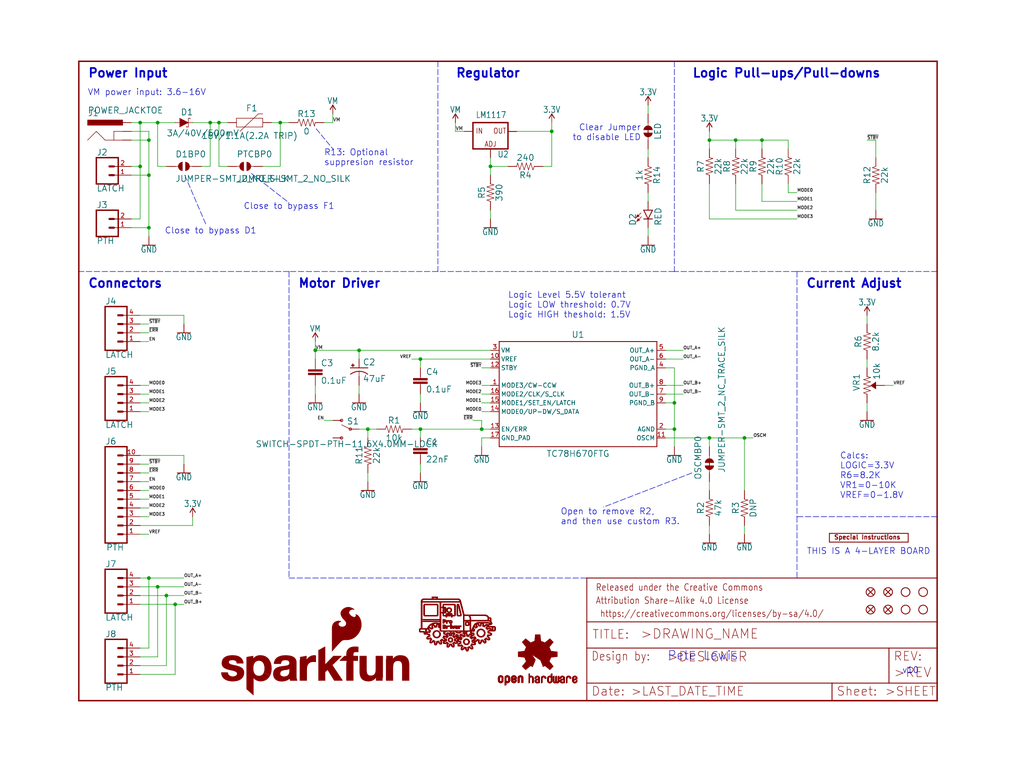
<source format=kicad_sch>
(kicad_sch (version 20211123) (generator eeschema)
  (paper "User" 297.002 223.926)
  (lib_symbols
    (symbol "eagleSchem-eagle-import:0.1UF-0603-25V-(+80{slash}-20%)"
      (property "Reference" "C" (at 1.524 2.921 0))
      (property "Value" "0.1UF-0603-25V-(+80{slash}-20%)" (at 1.524 -2.159 0))
      (symbol "0.1UF-0603-25V-(+80{slash}-20%)_1_0"
        (pin passive line (at 0 5.08 270) (length 2.54) (name "1") (number "1"))
        (pin passive line (at 0 -2.54 90) (length 2.54) (name "2") (number "2"))
      )
    )
    (symbol "eagleSchem-eagle-import:0OHM-0603-1{slash}10W-5%"
      (property "Reference" "R" (at 0 1.524 0))
      (property "Value" "0OHM-0603-1{slash}10W-5%" (at 0 -1.524 0))
      (symbol "0OHM-0603-1{slash}10W-5%_1_0"
        (pin passive line (at -5.08 0 0) (length 2.54) (name "1") (number "1"))
        (pin passive line (at 5.08 0 180) (length 2.54) (name "2") (number "2"))
      )
    )
    (symbol "eagleSchem-eagle-import:10KOHM-0603-1{slash}10W-1%"
      (property "Reference" "R" (at 0 1.524 0))
      (property "Value" "10KOHM-0603-1{slash}10W-1%" (at 0 -1.524 0))
      (symbol "10KOHM-0603-1{slash}10W-1%_1_0"
        (pin passive line (at -5.08 0 0) (length 2.54) (name "1") (number "1"))
        (pin passive line (at 5.08 0 180) (length 2.54) (name "2") (number "2"))
      )
    )
    (symbol "eagleSchem-eagle-import:1KOHM-0603-1{slash}10W-1%"
      (property "Reference" "R" (at 0 1.524 0))
      (property "Value" "1KOHM-0603-1{slash}10W-1%" (at 0 -1.524 0))
      (symbol "1KOHM-0603-1{slash}10W-1%_1_0"
        (pin passive line (at -5.08 0 0) (length 2.54) (name "1") (number "1"))
        (pin passive line (at 5.08 0 180) (length 2.54) (name "2") (number "2"))
      )
    )
    (symbol "eagleSchem-eagle-import:22KOHM-0603-1{slash}10W-1%"
      (property "Reference" "R" (at 0 1.524 0))
      (property "Value" "22KOHM-0603-1{slash}10W-1%" (at 0 -1.524 0))
      (symbol "22KOHM-0603-1{slash}10W-1%_1_0"
        (pin passive line (at -5.08 0 0) (length 2.54) (name "1") (number "1"))
        (pin passive line (at 5.08 0 180) (length 2.54) (name "2") (number "2"))
      )
    )
    (symbol "eagleSchem-eagle-import:22NF{slash}22,000PF-0603-50V-10%"
      (property "Reference" "C" (at 1.524 2.921 0))
      (property "Value" "22NF{slash}22,000PF-0603-50V-10%" (at 1.524 -2.159 0))
      (symbol "22NF{slash}22,000PF-0603-50V-10%_1_0"
        (pin passive line (at 0 5.08 270) (length 2.54) (name "1") (number "1"))
        (pin passive line (at 0 -2.54 90) (length 2.54) (name "2") (number "2"))
      )
    )
    (symbol "eagleSchem-eagle-import:240OHM-0603-1{slash}10W-1%"
      (property "Reference" "R" (at 0 1.524 0))
      (property "Value" "240OHM-0603-1{slash}10W-1%" (at 0 -1.524 0))
      (symbol "240OHM-0603-1{slash}10W-1%_1_0"
        (pin passive line (at -5.08 0 0) (length 2.54) (name "1") (number "1"))
        (pin passive line (at 5.08 0 180) (length 2.54) (name "2") (number "2"))
      )
    )
    (symbol "eagleSchem-eagle-import:3.3V" (power)
      (property "Value" "3.3V" (at 0 2.794 0))
      (symbol "3.3V_1_0"
        (pin power_in line (at 0 0 90) (length 2.54) (name "3.3V") (number "1"))
      )
    )
    (symbol "eagleSchem-eagle-import:390OHM-0603-1{slash}10W-1%"
      (property "Reference" "R" (at 0 1.524 0))
      (property "Value" "390OHM-0603-1{slash}10W-1%" (at 0 -1.524 0))
      (symbol "390OHM-0603-1{slash}10W-1%_1_0"
        (pin passive line (at -5.08 0 0) (length 2.54) (name "1") (number "1"))
        (pin passive line (at 5.08 0 180) (length 2.54) (name "2") (number "2"))
      )
    )
    (symbol "eagleSchem-eagle-import:47KOHM-0603-1{slash}10W-1%"
      (property "Reference" "R" (at 0 1.524 0))
      (property "Value" "47KOHM-0603-1{slash}10W-1%" (at 0 -1.524 0))
      (symbol "47KOHM-0603-1{slash}10W-1%_1_0"
        (pin passive line (at -5.08 0 0) (length 2.54) (name "1") (number "1"))
        (pin passive line (at 5.08 0 180) (length 2.54) (name "2") (number "2"))
      )
    )
    (symbol "eagleSchem-eagle-import:47UF-POLAR-PANASONIC_D-35V-20%"
      (property "Reference" "C" (at 1.016 0.635 0))
      (property "Value" "47UF-POLAR-PANASONIC_D-35V-20%" (at 1.016 -4.191 0))
      (symbol "47UF-POLAR-PANASONIC_D-35V-20%_1_0"
        (pin passive line (at 0 2.54 270) (length 2.54) (name "+") (number "+"))
        (pin passive line (at 0 -5.08 90) (length 2.54) (name "-") (number "-"))
      )
    )
    (symbol "eagleSchem-eagle-import:8.2KOHM-0603-1{slash}10W-5%"
      (property "Reference" "R" (at 0 1.524 0))
      (property "Value" "8.2KOHM-0603-1{slash}10W-5%" (at 0 -1.524 0))
      (symbol "8.2KOHM-0603-1{slash}10W-5%_1_0"
        (pin passive line (at -5.08 0 0) (length 2.54) (name "1") (number "1"))
        (pin passive line (at 5.08 0 180) (length 2.54) (name "2") (number "2"))
      )
    )
    (symbol "eagleSchem-eagle-import:CONN_021X02_NO_SILK"
      (property "Reference" "J" (at -2.54 5.588 0))
      (property "Value" "CONN_021X02_NO_SILK" (at -2.54 -4.826 0))
      (symbol "CONN_021X02_NO_SILK_1_0"
        (pin passive line (at 7.62 0 180) (length 5.08) (name "1") (number "1"))
        (pin passive line (at 7.62 2.54 180) (length 5.08) (name "2") (number "2"))
      )
    )
    (symbol "eagleSchem-eagle-import:CONN_02LATCH_2"
      (property "Reference" "J" (at -2.54 5.588 0))
      (property "Value" "CONN_02LATCH_2" (at -2.54 -4.826 0))
      (symbol "CONN_02LATCH_2_1_0"
        (pin passive line (at 7.62 0 180) (length 5.08) (name "1") (number "1"))
        (pin passive line (at 7.62 2.54 180) (length 5.08) (name "2") (number "2"))
      )
    )
    (symbol "eagleSchem-eagle-import:CONN_041X04_NO_SILK"
      (property "Reference" "J" (at -5.08 8.128 0))
      (property "Value" "CONN_041X04_NO_SILK" (at -5.08 -7.366 0))
      (symbol "CONN_041X04_NO_SILK_1_0"
        (pin passive line (at 5.08 -2.54 180) (length 5.08) (name "1") (number "1"))
        (pin passive line (at 5.08 0 180) (length 5.08) (name "2") (number "2"))
        (pin passive line (at 5.08 2.54 180) (length 5.08) (name "3") (number "3"))
        (pin passive line (at 5.08 5.08 180) (length 5.08) (name "4") (number "4"))
      )
    )
    (symbol "eagleSchem-eagle-import:CONN_04LATCH"
      (property "Reference" "J" (at -5.08 8.128 0))
      (property "Value" "CONN_04LATCH" (at -5.08 -7.366 0))
      (symbol "CONN_04LATCH_1_0"
        (pin passive line (at 5.08 -2.54 180) (length 5.08) (name "1") (number "1"))
        (pin passive line (at 5.08 0 180) (length 5.08) (name "2") (number "2"))
        (pin passive line (at 5.08 2.54 180) (length 5.08) (name "3") (number "3"))
        (pin passive line (at 5.08 5.08 180) (length 5.08) (name "4") (number "4"))
      )
    )
    (symbol "eagleSchem-eagle-import:CONN_10NO_SILK_PTH_FEMALE"
      (property "Reference" "J" (at 0 8.128 0))
      (property "Value" "CONN_10NO_SILK_PTH_FEMALE" (at 0 -22.606 0))
      (symbol "CONN_10NO_SILK_PTH_FEMALE_1_0"
        (pin passive line (at 10.16 -17.78 180) (length 5.08) (name "1") (number "1"))
        (pin passive line (at 10.16 5.08 180) (length 5.08) (name "10") (number "10"))
        (pin passive line (at 10.16 -15.24 180) (length 5.08) (name "2") (number "2"))
        (pin passive line (at 10.16 -12.7 180) (length 5.08) (name "3") (number "3"))
        (pin passive line (at 10.16 -10.16 180) (length 5.08) (name "4") (number "4"))
        (pin passive line (at 10.16 -7.62 180) (length 5.08) (name "5") (number "5"))
        (pin passive line (at 10.16 -5.08 180) (length 5.08) (name "6") (number "6"))
        (pin passive line (at 10.16 -2.54 180) (length 5.08) (name "7") (number "7"))
        (pin passive line (at 10.16 0 180) (length 5.08) (name "8") (number "8"))
        (pin passive line (at 10.16 2.54 180) (length 5.08) (name "9") (number "9"))
      )
    )
    (symbol "eagleSchem-eagle-import:DIODE-SCHOTTKY-B340A"
      (property "Reference" "D" (at -2.54 2.032 0))
      (property "Value" "DIODE-SCHOTTKY-B340A" (at -2.54 -2.032 0))
      (symbol "DIODE-SCHOTTKY-B340A_1_0"
        (pin passive line (at -2.54 0 0) (length 0) (name "A") (number "A"))
        (pin passive line (at 2.54 0 180) (length 0) (name "C") (number "C"))
      )
    )
    (symbol "eagleSchem-eagle-import:FIDUCIAL1X2")
    (symbol "eagleSchem-eagle-import:FRAME-LETTER"
      (symbol "FRAME-LETTER_2_0"
        (text " https://creativecommons.org/licenses/by-sa/4.0/" (at 2.54 24.13 0) (effects (font (size 1.9304 1.6408)) (justify left bottom)))
        (text ">DESIGNER" (at 23.114 11.176 0) (effects (font (size 2.7432 2.7432)) (justify left bottom)))
        (text ">DRAWING_NAME" (at 15.494 17.78 0) (effects (font (size 2.7432 2.7432)) (justify left bottom)))
        (text ">LAST_DATE_TIME" (at 12.7 1.27 0) (effects (font (size 2.54 2.54)) (justify left bottom)))
        (text ">REV" (at 88.9 6.604 0) (effects (font (size 2.7432 2.7432)) (justify left bottom)))
        (text ">SHEET" (at 86.36 1.27 0) (effects (font (size 2.54 2.54)) (justify left bottom)))
        (text "Attribution Share-Alike 4.0 License" (at 2.54 27.94 0) (effects (font (size 1.9304 1.6408)) (justify left bottom)))
        (text "Date:" (at 1.27 1.27 0) (effects (font (size 2.54 2.54)) (justify left bottom)))
        (text "Design by:" (at 1.27 11.43 0) (effects (font (size 2.54 2.159)) (justify left bottom)))
        (text "Released under the Creative Commons" (at 2.54 31.75 0) (effects (font (size 1.9304 1.6408)) (justify left bottom)))
        (text "REV:" (at 88.9 11.43 0) (effects (font (size 2.54 2.54)) (justify left bottom)))
        (text "Sheet:" (at 72.39 1.27 0) (effects (font (size 2.54 2.54)) (justify left bottom)))
        (text "TITLE:" (at 1.524 17.78 0) (effects (font (size 2.54 2.54)) (justify left bottom)))
      )
    )
    (symbol "eagleSchem-eagle-import:GND" (power)
      (property "Value" "GND" (at 0 -0.254 0))
      (symbol "GND_1_0"
        (pin power_in line (at 0 2.54 270) (length 2.54) (name "GND") (number "1"))
      )
    )
    (symbol "eagleSchem-eagle-import:JUMPER-SMT_2_NC_TRACE_SILK"
      (property "Reference" "JP" (at -2.54 2.54 0))
      (property "Value" "JUMPER-SMT_2_NC_TRACE_SILK" (at -2.54 -2.54 0))
      (symbol "JUMPER-SMT_2_NC_TRACE_SILK_1_0"
        (pin passive line (at -5.08 0 0) (length 2.54) (name "1") (number "1"))
        (pin passive line (at 5.08 0 180) (length 2.54) (name "2") (number "2"))
      )
    )
    (symbol "eagleSchem-eagle-import:JUMPER-SMT_2_NO_SILK"
      (property "Reference" "JP" (at -2.54 2.54 0))
      (property "Value" "JUMPER-SMT_2_NO_SILK" (at -2.54 -2.54 0))
      (symbol "JUMPER-SMT_2_NO_SILK_1_0"
        (pin passive line (at -5.08 0 0) (length 2.54) (name "1") (number "1"))
        (pin passive line (at 5.08 0 180) (length 2.54) (name "2") (number "2"))
      )
    )
    (symbol "eagleSchem-eagle-import:LED-RED0603"
      (property "Reference" "D" (at -3.429 -4.572 90))
      (property "Value" "LED-RED0603" (at 1.905 -4.572 90))
      (symbol "LED-RED0603_1_0"
        (pin passive line (at 0 2.54 270) (length 2.54) (name "A") (number "A"))
        (pin passive line (at 0 -5.08 90) (length 2.54) (name "C") (number "C"))
      )
    )
    (symbol "eagleSchem-eagle-import:OSHW-LOGOS")
    (symbol "eagleSchem-eagle-import:POWER_JACKTOE"
      (property "Reference" "J" (at -10.16 0 0))
      (property "Value" "POWER_JACKTOE" (at -10.16 10.16 0))
      (symbol "POWER_JACKTOE_1_0"
        (pin bidirectional line (at 2.54 5.08 180) (length 2.54) (name "GNDBREAK") (number "GND"))
        (pin bidirectional line (at 2.54 2.54 180) (length 2.54) (name "GND") (number "P$4"))
        (pin bidirectional line (at 2.54 7.62 180) (length 2.54) (name "PWR") (number "VIN0"))
      )
    )
    (symbol "eagleSchem-eagle-import:PPTC_16V_1.1A_(2.2ATRIP)"
      (property "Reference" "F" (at 1.905 3.175 0))
      (property "Value" "PPTC_16V_1.1A_(2.2ATRIP)" (at 1.27 -2.794 0))
      (symbol "PPTC_16V_1.1A_(2.2ATRIP)_1_0"
        (pin bidirectional line (at -5.08 0 0) (length 2.54) (name "1") (number "1"))
        (pin bidirectional line (at 7.62 0 180) (length 2.54) (name "2") (number "2"))
      )
    )
    (symbol "eagleSchem-eagle-import:PRODRIVER_LOGO")
    (symbol "eagleSchem-eagle-import:RESISTORAXIAL-0.3"
      (property "Reference" "R" (at 0 1.524 0))
      (property "Value" "RESISTORAXIAL-0.3" (at 0 -1.524 0))
      (symbol "RESISTORAXIAL-0.3_1_0"
        (pin passive line (at -5.08 0 0) (length 2.54) (name "1") (number "P$1"))
        (pin passive line (at 5.08 0 180) (length 2.54) (name "2") (number "P$2"))
      )
    )
    (symbol "eagleSchem-eagle-import:SFE_LOGO_NAME_FLAME.1_INCH")
    (symbol "eagleSchem-eagle-import:SPECIAL_INSTRUCTIONS-ORDERING"
      (symbol "SPECIAL_INSTRUCTIONS-ORDERING_1_0"
        (text "Special Instructions" (at 1.27 0.6985 0) (effects (font (size 1.27 1.27) (thickness 0.254) bold) (justify left bottom)))
      )
    )
    (symbol "eagleSchem-eagle-import:STAND-OFF")
    (symbol "eagleSchem-eagle-import:SWITCH-SPDT-PTH-11.6X4.0MM-LOCK"
      (property "Reference" "S" (at 1.27 3.048 0))
      (property "Value" "SWITCH-SPDT-PTH-11.6X4.0MM-LOCK" (at 1.016 -3.302 0))
      (symbol "SWITCH-SPDT-PTH-11.6X4.0MM-LOCK_1_0"
        (pin passive line (at 5.08 2.54 180) (length 2.54) (name "O") (number "1"))
        (pin passive line (at -2.54 0 0) (length 2.54) (name "P") (number "2"))
        (pin passive line (at 5.08 -2.54 180) (length 2.54) (name "S") (number "3"))
      )
    )
    (symbol "eagleSchem-eagle-import:TC78H670FTG"
      (property "Value" "TC78H670FTG" (at 0 -18.796 0))
      (symbol "TC78H670FTG_1_0"
        (pin bidirectional line (at -25.4 0 0) (length 2.54) (name "MODE3/CW-CCW") (number "1"))
        (pin bidirectional line (at -25.4 7.62 0) (length 2.54) (name "VREF") (number "10"))
        (pin bidirectional line (at 25.4 -15.24 180) (length 2.54) (name "OSCM") (number "11"))
        (pin bidirectional line (at -25.4 5.08 0) (length 2.54) (name "STBY") (number "12"))
        (pin bidirectional line (at -25.4 -12.7 0) (length 2.54) (name "EN/ERR") (number "13"))
        (pin bidirectional line (at -25.4 -7.62 0) (length 2.54) (name "MODE0/UP-DW/S_DATA") (number "14"))
        (pin bidirectional line (at -25.4 -5.08 0) (length 2.54) (name "MODE1/SET_EN/LATCH") (number "15"))
        (pin bidirectional line (at -25.4 -2.54 0) (length 2.54) (name "MODE2/CLK/S_CLK") (number "16"))
        (pin bidirectional line (at -25.4 -15.24 0) (length 2.54) (name "GND_PAD") (number "17"))
        (pin bidirectional line (at 25.4 -12.7 180) (length 2.54) (name "AGND") (number "2"))
        (pin bidirectional line (at -25.4 10.16 0) (length 2.54) (name "VM") (number "3"))
        (pin bidirectional line (at 25.4 5.08 180) (length 2.54) (name "PGND_A") (number "4"))
        (pin bidirectional line (at 25.4 10.16 180) (length 2.54) (name "OUT_A+") (number "5"))
        (pin bidirectional line (at 25.4 7.62 180) (length 2.54) (name "OUT_A-") (number "6"))
        (pin bidirectional line (at 25.4 -2.54 180) (length 2.54) (name "OUT_B-") (number "7"))
        (pin bidirectional line (at 25.4 0 180) (length 2.54) (name "OUT_B+") (number "8"))
        (pin bidirectional line (at 25.4 -5.08 180) (length 2.54) (name "PGND_B") (number "9"))
      )
    )
    (symbol "eagleSchem-eagle-import:TRIMPOT-SMD-3MM-CLOSED-1{slash}8W-20%"
      (property "Reference" "VR" (at -1.524 2.54 90))
      (property "Value" "TRIMPOT-SMD-3MM-CLOSED-1{slash}8W-20%" (at 1.524 2.54 90))
      (symbol "TRIMPOT-SMD-3MM-CLOSED-1{slash}8W-20%_1_0"
        (pin passive line (at 0 5.08 270) (length 2.54) (name "CCW") (number "1"))
        (pin passive line (at 5.08 0 180) (length 2.54) (name "WIPER") (number "2"))
        (pin passive line (at 0 -5.08 90) (length 2.54) (name "CW") (number "3"))
      )
    )
    (symbol "eagleSchem-eagle-import:VCC" (power)
      (property "Value" "VCC" (at 0 2.794 0))
      (symbol "VCC_1_0"
        (pin power_in line (at 0 0 90) (length 2.54) (name "VCC") (number "1"))
      )
    )
    (symbol "eagleSchem-eagle-import:V_REG_LM1117SOT223"
      (property "Reference" "U" (at 2.54 -7.62 0))
      (property "Value" "V_REG_LM1117SOT223" (at 2.54 -10.16 0))
      (symbol "V_REG_LM1117SOT223_1_0"
        (text "ADJ" (at -1.778 -4.572 0) (effects (font (size 1.524 1.2954)) (justify left bottom)))
        (text "IN" (at -4.318 -0.762 0) (effects (font (size 1.524 1.2954)) (justify left bottom)))
        (text "OUT" (at 0.762 -0.762 0) (effects (font (size 1.524 1.2954)) (justify left bottom)))
        (pin input line (at 0 -7.62 90) (length 2.54) (name "ADJ") (number "1"))
        (pin output line (at 7.62 0 180) (length 2.54) (name "OUT") (number "2"))
        (pin input line (at -7.62 0 0) (length 2.54) (name "IN") (number "3"))
        (pin output line (at 7.62 0 180) (length 2.54) (name "OUT") (number "4"))
      )
    )
  )
  (junction (at 43.18 50.8))
  (junction (at 81.28 35.56))
  (junction (at 45.72 35.56))
  (junction (at 40.64 48.26))
  (junction (at 215.9 127))
  (junction (at 63.5 35.56))
  (junction (at 104.14 101.6))
  (junction (at 205.74 127))
  (junction (at 121.92 124.46))
  (junction (at 195.58 124.46))
  (junction (at 43.18 66.04))
  (junction (at 91.44 101.6))
  (junction (at 40.64 35.56))
  (junction (at 45.72 170.18))
  (junction (at 106.68 124.46))
  (junction (at 213.36 40.64))
  (junction (at 160.02 38.1))
  (junction (at 121.92 104.14))
  (junction (at 60.96 35.56))
  (junction (at 205.74 40.64))
  (junction (at 50.8 175.26))
  (junction (at 142.24 48.26))
  (junction (at 43.18 40.64))
  (junction (at 48.26 172.72))
  (junction (at 220.98 40.64))
  (junction (at 43.18 167.64))
  (junction (at 139.7 124.46))
  (junction (at 195.58 116.84))
  (wire (pts (xy 142.24 48.26) (xy 142.24 45.72)))
  (wire (pts (xy 213.36 60.96) (xy 213.36 53.34)))
  (wire (pts (xy 213.36 40.64) (xy 205.74 40.64)))
  (wire (pts (xy 40.64 35.56) (xy 45.72 35.56)))
  (wire (pts (xy 104.14 104.14) (xy 104.14 101.6)))
  (wire (pts (xy 132.08 38.1) (xy 132.08 35.56)))
  (wire (pts (xy 40.64 111.76) (xy 43.18 111.76)))
  (wire (pts (xy 55.88 35.56) (xy 60.96 35.56)))
  (wire (pts (xy 53.34 93.98) (xy 53.34 91.44)))
  (wire (pts (xy 187.96 55.88) (xy 187.96 58.42)))
  (wire (pts (xy 40.64 154.94) (xy 43.18 154.94)))
  (wire (pts (xy 142.24 119.38) (xy 139.7 119.38)))
  (wire (pts (xy 193.04 106.68) (xy 195.58 106.68)))
  (wire (pts (xy 228.6 55.88) (xy 228.6 53.34)))
  (wire (pts (xy 187.96 66.04) (xy 187.96 68.58)))
  (wire (pts (xy 251.46 106.68) (xy 251.46 104.14)))
  (wire (pts (xy 142.24 101.6) (xy 104.14 101.6)))
  (wire (pts (xy 63.5 48.26) (xy 66.04 48.26)))
  (wire (pts (xy 43.18 40.64) (xy 43.18 38.1)))
  (wire (pts (xy 231.14 55.88) (xy 228.6 55.88)))
  (wire (pts (xy 43.18 167.64) (xy 53.34 167.64)))
  (wire (pts (xy 256.54 111.76) (xy 259.08 111.76)))
  (wire (pts (xy 45.72 48.26) (xy 45.72 35.56)))
  (wire (pts (xy 228.6 43.18) (xy 228.6 40.64)))
  (wire (pts (xy 48.26 172.72) (xy 48.26 193.04)))
  (wire (pts (xy 121.92 124.46) (xy 119.38 124.46)))
  (polyline (pts (xy 195.58 17.78) (xy 195.58 78.74)))
  (wire (pts (xy 254 60.96) (xy 254 55.88)))
  (wire (pts (xy 139.7 124.46) (xy 139.7 121.92)))
  (wire (pts (xy 160.02 48.26) (xy 160.02 38.1)))
  (wire (pts (xy 83.82 35.56) (xy 81.28 35.56)))
  (wire (pts (xy 142.24 114.3) (xy 139.7 114.3)))
  (wire (pts (xy 220.98 40.64) (xy 213.36 40.64)))
  (wire (pts (xy 157.48 48.26) (xy 160.02 48.26)))
  (wire (pts (xy 40.64 172.72) (xy 48.26 172.72)))
  (polyline (pts (xy 91.694 37.338) (xy 96.52 43.18)))
  (wire (pts (xy 40.64 48.26) (xy 40.64 35.56)))
  (wire (pts (xy 60.96 48.26) (xy 60.96 35.56)))
  (wire (pts (xy 40.64 187.96) (xy 43.18 187.96)))
  (wire (pts (xy 40.64 96.52) (xy 43.18 96.52)))
  (wire (pts (xy 215.9 154.94) (xy 215.9 152.4)))
  (wire (pts (xy 43.18 50.8) (xy 38.1 50.8)))
  (wire (pts (xy 43.18 38.1) (xy 38.1 38.1)))
  (wire (pts (xy 40.64 91.44) (xy 53.34 91.44)))
  (wire (pts (xy 63.5 35.56) (xy 63.5 48.26)))
  (wire (pts (xy 104.14 114.3) (xy 104.14 111.76)))
  (wire (pts (xy 43.18 40.64) (xy 38.1 40.64)))
  (wire (pts (xy 60.96 35.56) (xy 63.5 35.56)))
  (polyline (pts (xy 271.78 149.86) (xy 231.14 149.86)))
  (wire (pts (xy 205.74 43.18) (xy 205.74 40.64)))
  (wire (pts (xy 43.18 66.04) (xy 38.1 66.04)))
  (wire (pts (xy 160.02 38.1) (xy 160.02 35.56)))
  (wire (pts (xy 142.24 116.84) (xy 139.7 116.84)))
  (wire (pts (xy 63.5 35.56) (xy 66.04 35.56)))
  (wire (pts (xy 91.44 114.3) (xy 91.44 111.76)))
  (wire (pts (xy 40.64 93.98) (xy 43.18 93.98)))
  (wire (pts (xy 40.64 137.16) (xy 43.18 137.16)))
  (polyline (pts (xy 200.66 137.16) (xy 175.006 147.066)))
  (wire (pts (xy 193.04 104.14) (xy 198.12 104.14)))
  (wire (pts (xy 215.9 142.24) (xy 215.9 127)))
  (wire (pts (xy 213.36 43.18) (xy 213.36 40.64)))
  (wire (pts (xy 193.04 101.6) (xy 198.12 101.6)))
  (polyline (pts (xy 53.594 50.8) (xy 59.69 65.024)))
  (polyline (pts (xy 231.14 78.74) (xy 231.14 149.86)))
  (wire (pts (xy 142.24 111.76) (xy 139.7 111.76)))
  (wire (pts (xy 43.18 144.78) (xy 40.64 144.78)))
  (wire (pts (xy 43.18 68.58) (xy 43.18 66.04)))
  (wire (pts (xy 195.58 116.84) (xy 195.58 124.46)))
  (wire (pts (xy 96.52 121.92) (xy 93.98 121.92)))
  (wire (pts (xy 40.64 99.06) (xy 43.18 99.06)))
  (polyline (pts (xy 231.14 78.74) (xy 195.58 78.74)))
  (wire (pts (xy 205.74 127) (xy 215.9 127)))
  (wire (pts (xy 251.46 93.98) (xy 251.46 91.44)))
  (wire (pts (xy 254 40.64) (xy 254 45.72)))
  (wire (pts (xy 40.64 195.58) (xy 50.8 195.58)))
  (wire (pts (xy 40.64 114.3) (xy 43.18 114.3)))
  (polyline (pts (xy 72.898 50.292) (xy 83.312 58.42)))
  (wire (pts (xy 121.92 106.68) (xy 121.92 104.14)))
  (wire (pts (xy 205.74 129.54) (xy 205.74 127)))
  (wire (pts (xy 142.24 104.14) (xy 121.92 104.14)))
  (wire (pts (xy 142.24 63.5) (xy 142.24 60.96)))
  (wire (pts (xy 195.58 106.68) (xy 195.58 116.84)))
  (wire (pts (xy 142.24 127) (xy 139.7 127)))
  (wire (pts (xy 193.04 124.46) (xy 195.58 124.46)))
  (wire (pts (xy 43.18 167.64) (xy 43.18 187.96)))
  (wire (pts (xy 40.64 119.38) (xy 43.18 119.38)))
  (wire (pts (xy 106.68 127) (xy 106.68 124.46)))
  (wire (pts (xy 147.32 48.26) (xy 142.24 48.26)))
  (wire (pts (xy 81.28 48.26) (xy 76.2 48.26)))
  (wire (pts (xy 50.8 175.26) (xy 53.34 175.26)))
  (wire (pts (xy 91.44 104.14) (xy 91.44 101.6)))
  (wire (pts (xy 193.04 116.84) (xy 195.58 116.84)))
  (wire (pts (xy 106.68 139.7) (xy 106.68 137.16)))
  (wire (pts (xy 91.44 101.6) (xy 91.44 99.06)))
  (wire (pts (xy 81.28 35.56) (xy 81.28 48.26)))
  (wire (pts (xy 43.18 66.04) (xy 43.18 50.8)))
  (wire (pts (xy 121.92 137.16) (xy 121.92 134.62)))
  (wire (pts (xy 40.64 190.5) (xy 45.72 190.5)))
  (wire (pts (xy 40.64 116.84) (xy 43.18 116.84)))
  (polyline (pts (xy 127 78.74) (xy 83.82 78.74)))
  (wire (pts (xy 187.96 43.18) (xy 187.96 45.72)))
  (wire (pts (xy 40.64 193.04) (xy 48.26 193.04)))
  (wire (pts (xy 193.04 127) (xy 205.74 127)))
  (wire (pts (xy 121.92 104.14) (xy 119.38 104.14)))
  (wire (pts (xy 40.64 175.26) (xy 50.8 175.26)))
  (wire (pts (xy 205.74 63.5) (xy 205.74 53.34)))
  (wire (pts (xy 40.64 139.7) (xy 43.18 139.7)))
  (wire (pts (xy 40.64 132.08) (xy 53.34 132.08)))
  (wire (pts (xy 121.92 116.84) (xy 121.92 114.3)))
  (wire (pts (xy 48.26 172.72) (xy 53.34 172.72)))
  (wire (pts (xy 142.24 50.8) (xy 142.24 48.26)))
  (polyline (pts (xy 83.82 78.74) (xy 22.86 78.74)))
  (polyline (pts (xy 83.82 78.74) (xy 83.82 167.64)))
  (wire (pts (xy 121.92 127) (xy 121.92 124.46)))
  (wire (pts (xy 45.72 170.18) (xy 45.72 190.5)))
  (wire (pts (xy 251.46 119.38) (xy 251.46 116.84)))
  (wire (pts (xy 40.64 35.56) (xy 38.1 35.56)))
  (polyline (pts (xy 195.58 78.74) (xy 127 78.74)))
  (wire (pts (xy 193.04 111.76) (xy 198.12 111.76)))
  (wire (pts (xy 160.02 38.1) (xy 149.86 38.1)))
  (polyline (pts (xy 83.82 167.64) (xy 170.18 167.64)))
  (wire (pts (xy 43.18 142.24) (xy 40.64 142.24)))
  (wire (pts (xy 139.7 127) (xy 139.7 129.54)))
  (wire (pts (xy 231.14 58.42) (xy 220.98 58.42)))
  (wire (pts (xy 142.24 106.68) (xy 139.7 106.68)))
  (wire (pts (xy 193.04 114.3) (xy 198.12 114.3)))
  (wire (pts (xy 205.74 152.4) (xy 205.74 154.94)))
  (wire (pts (xy 53.34 134.62) (xy 53.34 132.08)))
  (polyline (pts (xy 127 17.78) (xy 127 78.74)))
  (wire (pts (xy 40.64 48.26) (xy 38.1 48.26)))
  (wire (pts (xy 43.18 147.32) (xy 40.64 147.32)))
  (wire (pts (xy 205.74 40.64) (xy 205.74 38.1)))
  (wire (pts (xy 220.98 58.42) (xy 220.98 53.34)))
  (wire (pts (xy 228.6 40.64) (xy 220.98 40.64)))
  (wire (pts (xy 134.62 38.1) (xy 132.08 38.1)))
  (wire (pts (xy 139.7 124.46) (xy 121.92 124.46)))
  (wire (pts (xy 43.18 149.86) (xy 40.64 149.86)))
  (wire (pts (xy 40.64 167.64) (xy 43.18 167.64)))
  (wire (pts (xy 195.58 124.46) (xy 195.58 129.54)))
  (wire (pts (xy 96.52 35.56) (xy 96.52 33.02)))
  (wire (pts (xy 78.74 35.56) (xy 81.28 35.56)))
  (wire (pts (xy 142.24 124.46) (xy 139.7 124.46)))
  (wire (pts (xy 38.1 63.5) (xy 40.64 63.5)))
  (wire (pts (xy 58.42 48.26) (xy 60.96 48.26)))
  (wire (pts (xy 55.88 152.4) (xy 40.64 152.4)))
  (wire (pts (xy 45.72 35.56) (xy 50.8 35.56)))
  (polyline (pts (xy 231.14 149.86) (xy 231.14 167.64)))
  (wire (pts (xy 40.64 134.62) (xy 43.18 134.62)))
  (wire (pts (xy 43.18 50.8) (xy 43.18 40.64)))
  (wire (pts (xy 187.96 30.48) (xy 187.96 33.02)))
  (wire (pts (xy 106.68 124.46) (xy 104.14 124.46)))
  (wire (pts (xy 48.26 48.26) (xy 45.72 48.26)))
  (wire (pts (xy 50.8 175.26) (xy 50.8 195.58)))
  (wire (pts (xy 55.88 152.4) (xy 55.88 149.86)))
  (wire (pts (xy 215.9 127) (xy 218.44 127)))
  (wire (pts (xy 40.64 63.5) (xy 40.64 48.26)))
  (wire (pts (xy 96.52 35.56) (xy 93.98 35.56)))
  (wire (pts (xy 205.74 142.24) (xy 205.74 139.7)))
  (wire (pts (xy 104.14 101.6) (xy 91.44 101.6)))
  (wire (pts (xy 40.64 170.18) (xy 45.72 170.18)))
  (wire (pts (xy 220.98 43.18) (xy 220.98 40.64)))
  (polyline (pts (xy 271.78 78.74) (xy 231.14 78.74)))
  (wire (pts (xy 254 40.64) (xy 251.46 40.64)))
  (wire (pts (xy 45.72 170.18) (xy 53.34 170.18)))
  (wire (pts (xy 231.14 63.5) (xy 205.74 63.5)))
  (wire (pts (xy 139.7 121.92) (xy 137.16 121.92)))
  (wire (pts (xy 231.14 60.96) (xy 213.36 60.96)))
  (wire (pts (xy 109.22 124.46) (xy 106.68 124.46)))
  (text "Open to remove R2,\nand then use custom R3." (at 162.56 152.4 180) (effects (font (size 1.778 1.778)) (justify left bottom)))
  (text "Current Adjust" (at 233.68 83.82 180) (effects (font (size 2.54 2.54) (thickness 0.508) bold) (justify left bottom)))
  (text "Close to bypass D1" (at 47.752 68.072 180) (effects (font (size 1.778 1.778)) (justify left bottom)))
  (text "THIS IS A 4-LAYER BOARD" (at 233.934 161.036 180) (effects (font (size 1.778 1.778)) (justify left bottom)))
  (text "Clear Jumper\nto disable LED" (at 185.928 36.068 180) (effects (font (size 1.778 1.778)) (justify right top)))
  (text "v10" (at 261.62 195.58 180) (effects (font (size 1.778 1.778)) (justify left bottom)))
  (text "Connectors" (at 25.4 83.82 180) (effects (font (size 2.54 2.54) (thickness 0.508) bold) (justify left bottom)))
  (text "Regulator" (at 132.08 22.86 180) (effects (font (size 2.54 2.54) (thickness 0.508) bold) (justify left bottom)))
  (text "R13: Optional\nsuppresion resistor" (at 93.98 48.26 180) (effects (font (size 1.778 1.778)) (justify left bottom)))
  (text "Power Input" (at 25.4 22.86 180) (effects (font (size 2.54 2.54) (thickness 0.508) bold) (justify left bottom)))
  (text "Logic Level 5.5V tolerant\nLogic LOW threshold: 0.7V\nLogic HIGH theshold: 1.5V" (at 147.32 92.456 0) (effects (font (size 1.778 1.778)) (justify left bottom)))
  (text "Calcs:\nLOGIC=3.3V\nR6=8.2K\nVR1=0-10K\nVREF=0-1.8V" (at 243.586 144.78 180) (effects (font (size 1.778 1.778)) (justify left bottom)))
  (text "Pete Lewis" (at 193.548 191.77 180) (effects (font (size 2.54 2.54)) (justify left bottom)))
  (text "Motor Driver" (at 86.36 83.82 180) (effects (font (size 2.54 2.54) (thickness 0.508) bold) (justify left bottom)))
  (text "Close to bypass F1" (at 70.612 60.96 180) (effects (font (size 1.778 1.778)) (justify left bottom)))
  (text "VM power input: 3.6-16V" (at 25.4 27.94 180) (effects (font (size 1.778 1.778)) (justify left bottom)))
  (text "Logic Pull-ups/Pull-downs" (at 200.66 22.86 180) (effects (font (size 2.54 2.54) (thickness 0.508) bold) (justify left bottom)))
  (label "VREF" (at 119.38 104.14 180) (effects (font (size 0.889 0.889))))
  (label "~{STBY}" (at 43.18 93.98 0) (effects (font (size 0.889 0.889))))
  (label "MODE3" (at 43.18 149.86 0) (effects (font (size 0.889 0.889))))
  (label "MODE2" (at 139.7 114.3 180) (effects (font (size 0.889 0.889))))
  (label "MODE2" (at 43.18 147.32 0) (effects (font (size 0.889 0.889))))
  (label "VREF" (at 259.08 111.76 0) (effects (font (size 0.889 0.889))))
  (label "MODE3" (at 43.18 119.38 0) (effects (font (size 0.889 0.889))))
  (label "OUT_B+" (at 53.34 175.26 0) (effects (font (size 0.889 0.889))))
  (label "OUT_A-" (at 198.12 104.14 0) (effects (font (size 0.889 0.889))))
  (label "~{ERR}" (at 137.16 121.92 180) (effects (font (size 0.889 0.889))))
  (label "MODE1" (at 231.14 58.42 0) (effects (font (size 0.889 0.889))))
  (label "MODE1" (at 139.7 116.84 180) (effects (font (size 0.889 0.889))))
  (label "MODE2" (at 43.18 116.84 0) (effects (font (size 0.889 0.889))))
  (label "~{STBY}" (at 251.46 40.64 0) (effects (font (size 0.889 0.889))))
  (label "OSCM" (at 218.44 127 0) (effects (font (size 0.889 0.889))))
  (label "MODE2" (at 231.14 60.96 0) (effects (font (size 0.889 0.889))))
  (label "VM" (at 91.44 101.6 0) (effects (font (size 1.016 1.016))))
  (label "MODE0" (at 139.7 119.38 180) (effects (font (size 0.889 0.889))))
  (label "OUT_B-" (at 198.12 114.3 0) (effects (font (size 0.889 0.889))))
  (label "EN" (at 43.18 139.7 0) (effects (font (size 0.889 0.889))))
  (label "OUT_A-" (at 53.34 170.18 0) (effects (font (size 0.889 0.889))))
  (label "MODE1" (at 43.18 144.78 0) (effects (font (size 0.889 0.889))))
  (label "MODE1" (at 43.18 114.3 0) (effects (font (size 0.889 0.889))))
  (label "MODE3" (at 139.7 111.76 180) (effects (font (size 0.889 0.889))))
  (label "VM" (at 132.08 38.1 0) (effects (font (size 1.016 1.016))))
  (label "~{STBY}" (at 43.18 134.62 0) (effects (font (size 0.889 0.889))))
  (label "MODE0" (at 43.18 142.24 0) (effects (font (size 0.889 0.889))))
  (label "OUT_B+" (at 198.12 111.76 0) (effects (font (size 0.889 0.889))))
  (label "~{STBY}" (at 139.7 106.68 180) (effects (font (size 0.889 0.889))))
  (label "EN" (at 43.18 99.06 0) (effects (font (size 0.889 0.889))))
  (label "MODE0" (at 231.14 55.88 0) (effects (font (size 0.889 0.889))))
  (label "EN" (at 93.98 121.92 180) (effects (font (size 0.889 0.889))))
  (label "MODE3" (at 231.14 63.5 0) (effects (font (size 0.889 0.889))))
  (label "~{ERR}" (at 43.18 96.52 0) (effects (font (size 0.889 0.889))))
  (label "VM" (at 96.52 35.56 0) (effects (font (size 1.016 1.016))))
  (label "OUT_A+" (at 198.12 101.6 0) (effects (font (size 0.889 0.889))))
  (label "OUT_B-" (at 53.34 172.72 0) (effects (font (size 0.889 0.889))))
  (label "OUT_A+" (at 53.34 167.64 0) (effects (font (size 0.889 0.889))))
  (label "~{ERR}" (at 43.18 137.16 0) (effects (font (size 0.889 0.889))))
  (label "VREF" (at 43.18 154.94 0) (effects (font (size 0.889 0.889))))
  (label "MODE0" (at 43.18 111.76 0) (effects (font (size 0.889 0.889))))
  (symbol (lib_id "eagleSchem-eagle-import:GND") (at 195.58 132.08 0) (unit 1)
    (property "Reference" "#GND1" (effects hide))
    (property "Value" "GND" (at 195.58 132.334 0) (effects (font (size 1.778 1.5113)) (justify top)))
    (property "Footprint" "eagleSchem:" (effects hide))
  )
  (symbol (lib_id "eagleSchem-eagle-import:22KOHM-0603-1{slash}10W-1%") (at 106.68 132.08 90) (mirror x) (unit 1)
    (property "Reference" "R11" (at 105.156 132.08 0) (effects (font (size 1.778 1.778)) (justify bottom)))
    (property "Value" "22k" (at 108.204 132.08 0) (effects (font (size 1.778 1.778)) (justify top)))
    (property "Footprint" "eagleSchem:0603" (effects hide))
  )
  (symbol (lib_id "eagleSchem-eagle-import:TC78H670FTG") (at 167.64 111.76 0) (unit 1)
    (property "Reference" "U1" (at 167.64 98.044 0) (effects (font (size 1.778 1.778)) (justify bottom)))
    (property "Value" "TC78H670FTG" (at 167.64 130.556 0) (effects (font (size 1.778 1.778)) (justify top)))
    (property "Footprint" "eagleSchem:P-VQFN16-0303-0.50-001" (effects hide))
  )
  (symbol (lib_id "eagleSchem-eagle-import:GND") (at 251.46 121.92 0) (unit 1)
    (property "Reference" "#GND14" (effects hide))
    (property "Value" "GND" (at 251.46 122.174 0) (effects (font (size 1.778 1.5113)) (justify top)))
    (property "Footprint" "eagleSchem:" (effects hide))
  )
  (symbol (lib_id "eagleSchem-eagle-import:GND") (at 121.92 119.38 0) (unit 1)
    (property "Reference" "#GND7" (effects hide))
    (property "Value" "GND" (at 121.92 119.634 0) (effects (font (size 1.778 1.5113)) (justify top)))
    (property "Footprint" "eagleSchem:" (effects hide))
  )
  (symbol (lib_id "eagleSchem-eagle-import:FIDUCIAL1X2") (at 252.476 176.784 0) (unit 1)
    (property "Reference" "FID3" (effects hide))
    (property "Value" "FIDUCIAL1X2" (effects hide))
    (property "Footprint" "eagleSchem:FIDUCIAL-1X2" (effects hide))
  )
  (symbol (lib_id "eagleSchem-eagle-import:VCC") (at 132.08 35.56 0) (unit 1)
    (property "Reference" "#SUPPLY1" (effects hide))
    (property "Value" "VM" (at 132.08 32.766 0) (effects (font (size 1.778 1.5113)) (justify bottom)))
    (property "Footprint" "eagleSchem:" (effects hide))
  )
  (symbol (lib_id "eagleSchem-eagle-import:GND") (at 121.92 139.7 0) (unit 1)
    (property "Reference" "#GND4" (effects hide))
    (property "Value" "GND" (at 121.92 139.954 0) (effects (font (size 1.778 1.5113)) (justify top)))
    (property "Footprint" "eagleSchem:" (effects hide))
  )
  (symbol (lib_id "eagleSchem-eagle-import:8.2KOHM-0603-1{slash}10W-5%") (at 251.46 99.06 90) (unit 1)
    (property "Reference" "R6" (at 249.936 99.06 0) (effects (font (size 1.778 1.778)) (justify bottom)))
    (property "Value" "8.2k" (at 252.984 99.06 0) (effects (font (size 1.778 1.778)) (justify top)))
    (property "Footprint" "eagleSchem:0603" (effects hide))
  )
  (symbol (lib_id "eagleSchem-eagle-import:PPTC_16V_1.1A_(2.2ATRIP)") (at 71.12 35.56 0) (unit 1)
    (property "Reference" "F1" (at 73.025 32.385 0) (effects (font (size 1.778 1.778)) (justify bottom)))
    (property "Value" "16V/1.1A(2.2A TRIP)" (at 72.39 38.354 0) (effects (font (size 1.778 1.778)) (justify top)))
    (property "Footprint" "eagleSchem:1210" (effects hide))
  )
  (symbol (lib_id "eagleSchem-eagle-import:TRIMPOT-SMD-3MM-CLOSED-1{slash}8W-20%") (at 251.46 111.76 0) (unit 1)
    (property "Reference" "VR1" (at 249.428 113.538 90) (effects (font (size 1.778 1.778)) (justify left bottom)))
    (property "Value" "10k" (at 253.238 110.236 90) (effects (font (size 1.778 1.778)) (justify left top)))
    (property "Footprint" "eagleSchem:TRIMPOT-SMD-3MM-CLOSED" (effects hide))
  )
  (symbol (lib_id "eagleSchem-eagle-import:VCC") (at 96.52 33.02 0) (unit 1)
    (property "Reference" "#SUPPLY3" (effects hide))
    (property "Value" "VM" (at 96.52 30.226 0) (effects (font (size 1.778 1.5113)) (justify bottom)))
    (property "Footprint" "eagleSchem:" (effects hide))
  )
  (symbol (lib_id "eagleSchem-eagle-import:CONN_04LATCH") (at 35.56 172.72 0) (unit 1)
    (property "Reference" "J7" (at 30.48 164.592 0) (effects (font (size 1.778 1.778)) (justify left bottom)))
    (property "Value" "LATCH" (at 30.48 180.086 0) (effects (font (size 1.778 1.778)) (justify left bottom)))
    (property "Footprint" "eagleSchem:LATCHTERMINAL-5MM-4" (effects hide))
  )
  (symbol (lib_id "eagleSchem-eagle-import:LED-RED0603") (at 187.96 60.96 0) (unit 1)
    (property "Reference" "D2" (at 184.531 65.532 90) (effects (font (size 1.778 1.778)) (justify left bottom)))
    (property "Value" "RED" (at 189.865 65.532 90) (effects (font (size 1.778 1.778)) (justify left top)))
    (property "Footprint" "eagleSchem:LED-0603" (effects hide))
  )
  (symbol (lib_id "eagleSchem-eagle-import:3.3V") (at 205.74 38.1 0) (unit 1)
    (property "Reference" "#SUPPLY6" (effects hide))
    (property "Value" "3.3V" (at 205.74 35.306 0) (effects (font (size 1.778 1.5113)) (justify bottom)))
    (property "Footprint" "eagleSchem:" (effects hide))
  )
  (symbol (lib_id "eagleSchem-eagle-import:CONN_04LATCH") (at 35.56 116.84 0) (unit 1)
    (property "Reference" "J5" (at 30.48 108.712 0) (effects (font (size 1.778 1.778)) (justify left bottom)))
    (property "Value" "LATCH" (at 30.48 124.206 0) (effects (font (size 1.778 1.778)) (justify left bottom)))
    (property "Footprint" "eagleSchem:LATCHTERMINAL-5MM-4" (effects hide))
  )
  (symbol (lib_id "eagleSchem-eagle-import:22NF{slash}22,000PF-0603-50V-10%") (at 121.92 132.08 0) (unit 1)
    (property "Reference" "C1" (at 123.444 129.159 0) (effects (font (size 1.778 1.778)) (justify left bottom)))
    (property "Value" "22nF" (at 123.444 134.239 0) (effects (font (size 1.778 1.778)) (justify left bottom)))
    (property "Footprint" "eagleSchem:0603" (effects hide))
  )
  (symbol (lib_id "eagleSchem-eagle-import:GND") (at 254 63.5 0) (mirror y) (unit 1)
    (property "Reference" "#GND16" (effects hide))
    (property "Value" "GND" (at 254 63.754 0) (effects (font (size 1.778 1.5113)) (justify top)))
    (property "Footprint" "eagleSchem:" (effects hide))
  )
  (symbol (lib_id "eagleSchem-eagle-import:GND") (at 215.9 157.48 0) (unit 1)
    (property "Reference" "#GND6" (effects hide))
    (property "Value" "GND" (at 215.9 157.734 0) (effects (font (size 1.778 1.5113)) (justify top)))
    (property "Footprint" "eagleSchem:" (effects hide))
  )
  (symbol (lib_id "eagleSchem-eagle-import:RESISTORAXIAL-0.3") (at 215.9 147.32 90) (unit 1)
    (property "Reference" "R3" (at 214.376 147.32 0) (effects (font (size 1.778 1.778)) (justify bottom)))
    (property "Value" "DNP" (at 217.424 147.32 0) (effects (font (size 1.778 1.778)) (justify top)))
    (property "Footprint" "eagleSchem:AXIAL-0.3" (effects hide))
  )
  (symbol (lib_id "eagleSchem-eagle-import:GND") (at 43.18 71.12 0) (unit 1)
    (property "Reference" "#GND3" (effects hide))
    (property "Value" "GND" (at 43.18 71.374 0) (effects (font (size 1.778 1.5113)) (justify top)))
    (property "Footprint" "eagleSchem:" (effects hide))
  )
  (symbol (lib_id "eagleSchem-eagle-import:VCC") (at 91.44 99.06 0) (unit 1)
    (property "Reference" "#SUPPLY2" (effects hide))
    (property "Value" "VM" (at 91.44 96.266 0) (effects (font (size 1.778 1.5113)) (justify bottom)))
    (property "Footprint" "eagleSchem:" (effects hide))
  )
  (symbol (lib_id "eagleSchem-eagle-import:PRODRIVER_LOGO") (at 132.08 180.34 0) (unit 1)
    (property "Reference" "U$41" (effects hide))
    (property "Value" "PRODRIVER_LOGO" (effects hide))
    (property "Footprint" "eagleSchem:PRODRIVER_LOGO" (effects hide))
  )
  (symbol (lib_id "eagleSchem-eagle-import:GND") (at 205.74 157.48 0) (unit 1)
    (property "Reference" "#GND5" (effects hide))
    (property "Value" "GND" (at 205.74 157.734 0) (effects (font (size 1.778 1.5113)) (justify top)))
    (property "Footprint" "eagleSchem:" (effects hide))
  )
  (symbol (lib_id "eagleSchem-eagle-import:STAND-OFF") (at 262.636 176.784 0) (unit 1)
    (property "Reference" "STANDOFF2" (effects hide))
    (property "Value" "STAND-OFF" (effects hide))
    (property "Footprint" "eagleSchem:STAND-OFF" (effects hide))
  )
  (symbol (lib_id "eagleSchem-eagle-import:1KOHM-0603-1{slash}10W-1%") (at 187.96 50.8 270) (unit 1)
    (property "Reference" "R14" (at 189.484 50.8 0) (effects (font (size 1.778 1.778)) (justify bottom)))
    (property "Value" "1k" (at 186.436 50.8 0) (effects (font (size 1.778 1.778)) (justify top)))
    (property "Footprint" "eagleSchem:0603" (effects hide))
  )
  (symbol (lib_id "eagleSchem-eagle-import:CONN_02LATCH_2") (at 30.48 50.8 0) (unit 1)
    (property "Reference" "J2" (at 27.94 45.212 0) (effects (font (size 1.778 1.778)) (justify left bottom)))
    (property "Value" "LATCH" (at 27.94 55.626 0) (effects (font (size 1.778 1.778)) (justify left bottom)))
    (property "Footprint" "eagleSchem:LATCHTERMINAL-5MM-2" (effects hide))
  )
  (symbol (lib_id "eagleSchem-eagle-import:POWER_JACKTOE") (at 35.56 43.18 0) (unit 1)
    (property "Reference" "J1" (at 25.4 33.782 0) (effects (font (size 1.778 1.778)) (justify left bottom)))
    (property "Value" "POWER_JACKTOE" (at 25.4 33.02 0) (effects (font (size 1.778 1.778)) (justify left bottom)))
    (property "Footprint" "eagleSchem:POWER_JACK_SMD_OVERPASTE_TOE" (effects hide))
  )
  (symbol (lib_id "eagleSchem-eagle-import:22KOHM-0603-1{slash}10W-1%") (at 228.6 48.26 90) (unit 1)
    (property "Reference" "R10" (at 227.076 48.26 0) (effects (font (size 1.778 1.778)) (justify bottom)))
    (property "Value" "22k" (at 230.124 48.26 0) (effects (font (size 1.778 1.778)) (justify top)))
    (property "Footprint" "eagleSchem:0603" (effects hide))
  )
  (symbol (lib_id "eagleSchem-eagle-import:OSHW-LOGOS") (at 155.956 189.738 0) (unit 1)
    (property "Reference" "LOGO2" (effects hide))
    (property "Value" "OSHW-LOGOS" (effects hide))
    (property "Footprint" "eagleSchem:OSHW-LOGO-S" (effects hide))
  )
  (symbol (lib_id "eagleSchem-eagle-import:SPECIAL_INSTRUCTIONS-ORDERING") (at 240.538 157.226 0) (unit 1)
    (property "Reference" "LOGO3" (effects hide))
    (property "Value" "SPECIAL_INSTRUCTIONS-ORDERING" (effects hide))
    (property "Footprint" "eagleSchem:ORDERING_INSTRUCTIONS" (effects hide))
  )
  (symbol (lib_id "eagleSchem-eagle-import:GND") (at 106.68 142.24 0) (unit 1)
    (property "Reference" "#GND11" (effects hide))
    (property "Value" "GND" (at 106.68 142.494 0) (effects (font (size 1.778 1.5113)) (justify top)))
    (property "Footprint" "eagleSchem:" (effects hide))
  )
  (symbol (lib_id "eagleSchem-eagle-import:22KOHM-0603-1{slash}10W-1%") (at 220.98 48.26 90) (unit 1)
    (property "Reference" "R9" (at 219.456 48.26 0) (effects (font (size 1.778 1.778)) (justify bottom)))
    (property "Value" "22k" (at 222.504 48.26 0) (effects (font (size 1.778 1.778)) (justify top)))
    (property "Footprint" "eagleSchem:0603" (effects hide))
  )
  (symbol (lib_id "eagleSchem-eagle-import:GND") (at 139.7 132.08 0) (unit 1)
    (property "Reference" "#GND2" (effects hide))
    (property "Value" "GND" (at 139.7 132.334 0) (effects (font (size 1.778 1.5113)) (justify top)))
    (property "Footprint" "eagleSchem:" (effects hide))
  )
  (symbol (lib_id "eagleSchem-eagle-import:JUMPER-SMT_2_NC_TRACE_SILK") (at 205.74 134.62 90) (unit 1)
    (property "Reference" "OSCMBP0" (at 203.454 139.192 0) (effects (font (size 1.778 1.778)) (justify left bottom)))
    (property "Value" "JUMPER-SMT_2_NC_TRACE_SILK" (at 208.28 137.16 0) (effects (font (size 1.778 1.778)) (justify left top)))
    (property "Footprint" "eagleSchem:SMT-JUMPER_2_NC_TRACE_SILK" (effects hide))
  )
  (symbol (lib_id "eagleSchem-eagle-import:STAND-OFF") (at 267.716 176.784 0) (unit 1)
    (property "Reference" "STANDOFF4" (effects hide))
    (property "Value" "STAND-OFF" (effects hide))
    (property "Footprint" "eagleSchem:STAND-OFF" (effects hide))
  )
  (symbol (lib_id "eagleSchem-eagle-import:GND") (at 91.44 116.84 0) (unit 1)
    (property "Reference" "#GND9" (effects hide))
    (property "Value" "GND" (at 91.44 117.094 0) (effects (font (size 1.778 1.5113)) (justify top)))
    (property "Footprint" "eagleSchem:" (effects hide))
  )
  (symbol (lib_id "eagleSchem-eagle-import:0.1UF-0603-25V-(+80{slash}-20%)") (at 121.92 111.76 0) (unit 1)
    (property "Reference" "C4" (at 123.444 108.839 0) (effects (font (size 1.778 1.778)) (justify left bottom)))
    (property "Value" "0.1uF" (at 123.444 113.919 0) (effects (font (size 1.778 1.778)) (justify left bottom)))
    (property "Footprint" "eagleSchem:0603" (effects hide))
  )
  (symbol (lib_id "eagleSchem-eagle-import:FIDUCIAL1X2") (at 252.476 171.704 0) (unit 1)
    (property "Reference" "FID4" (effects hide))
    (property "Value" "FIDUCIAL1X2" (effects hide))
    (property "Footprint" "eagleSchem:FIDUCIAL-1X2" (effects hide))
  )
  (symbol (lib_id "eagleSchem-eagle-import:0.1UF-0603-25V-(+80{slash}-20%)") (at 91.44 109.22 0) (unit 1)
    (property "Reference" "C3" (at 92.964 106.299 0) (effects (font (size 1.778 1.778)) (justify left bottom)))
    (property "Value" "0.1uF" (at 92.964 111.379 0) (effects (font (size 1.778 1.778)) (justify left bottom)))
    (property "Footprint" "eagleSchem:0603" (effects hide))
  )
  (symbol (lib_id "eagleSchem-eagle-import:GND") (at 53.34 137.16 0) (unit 1)
    (property "Reference" "#GND15" (effects hide))
    (property "Value" "GND" (at 53.34 137.414 0) (effects (font (size 1.778 1.5113)) (justify top)))
    (property "Footprint" "eagleSchem:" (effects hide))
  )
  (symbol (lib_id "eagleSchem-eagle-import:STAND-OFF") (at 267.716 171.704 0) (unit 1)
    (property "Reference" "STANDOFF3" (effects hide))
    (property "Value" "STAND-OFF" (effects hide))
    (property "Footprint" "eagleSchem:STAND-OFF" (effects hide))
  )
  (symbol (lib_id "eagleSchem-eagle-import:FRAME-LETTER") (at 22.86 203.2 0) (unit 1)
    (property "Reference" "FRAME1" (effects hide))
    (property "Value" "FRAME-LETTER" (effects hide))
    (property "Footprint" "eagleSchem:CREATIVE_COMMONS" (effects hide))
  )
  (symbol (lib_id "eagleSchem-eagle-import:V_REG_LM1117SOT223") (at 142.24 38.1 0) (unit 1)
    (property "Reference" "U2" (at 144.272 45.72 0) (effects (font (size 1.778 1.5113)) (justify left bottom)))
    (property "Value" "LM1117" (at 137.922 34.29 0) (effects (font (size 1.778 1.5113)) (justify left bottom)))
    (property "Footprint" "eagleSchem:SOT223" (effects hide))
  )
  (symbol (lib_id "eagleSchem-eagle-import:STAND-OFF") (at 262.636 171.704 0) (unit 1)
    (property "Reference" "STANDOFF1" (effects hide))
    (property "Value" "STAND-OFF" (effects hide))
    (property "Footprint" "eagleSchem:STAND-OFF" (effects hide))
  )
  (symbol (lib_id "eagleSchem-eagle-import:JUMPER-SMT_2_NO_SILK") (at 53.34 48.26 0) (unit 1)
    (property "Reference" "D1BP0" (at 50.8 45.72 0) (effects (font (size 1.778 1.778)) (justify left bottom)))
    (property "Value" "JUMPER-SMT_2_NO_SILK" (at 50.8 50.8 0) (effects (font (size 1.778 1.778)) (justify left top)))
    (property "Footprint" "eagleSchem:SMT-JUMPER_2_NO_SILK" (effects hide))
  )
  (symbol (lib_id "eagleSchem-eagle-import:10KOHM-0603-1{slash}10W-1%") (at 114.3 124.46 0) (unit 1)
    (property "Reference" "R1" (at 114.3 122.936 0) (effects (font (size 1.778 1.778)) (justify bottom)))
    (property "Value" "10k" (at 114.3 125.984 0) (effects (font (size 1.778 1.778)) (justify top)))
    (property "Footprint" "eagleSchem:0603" (effects hide))
  )
  (symbol (lib_id "eagleSchem-eagle-import:3.3V") (at 251.46 91.44 0) (unit 1)
    (property "Reference" "#SUPPLY5" (effects hide))
    (property "Value" "3.3V" (at 251.46 88.646 0) (effects (font (size 1.778 1.5113)) (justify bottom)))
    (property "Footprint" "eagleSchem:" (effects hide))
  )
  (symbol (lib_id "eagleSchem-eagle-import:JUMPER-SMT_2_NC_TRACE_SILK") (at 187.96 38.1 90) (unit 1)
    (property "Reference" "JP4" (effects hide))
    (property "Value" "LED" (at 189.738 40.64 0) (effects (font (size 1.778 1.778)) (justify left top)))
    (property "Footprint" "eagleSchem:SMT-JUMPER_2_NC_TRACE_SILK" (effects hide))
  )
  (symbol (lib_id "eagleSchem-eagle-import:47UF-POLAR-PANASONIC_D-35V-20%") (at 104.14 106.68 0) (unit 1)
    (property "Reference" "C2" (at 105.156 106.045 0) (effects (font (size 1.778 1.778)) (justify left bottom)))
    (property "Value" "47uF" (at 105.156 110.871 0) (effects (font (size 1.778 1.778)) (justify left bottom)))
    (property "Footprint" "eagleSchem:PANASONIC_D" (effects hide))
  )
  (symbol (lib_id "eagleSchem-eagle-import:CONN_04LATCH") (at 35.56 96.52 0) (unit 1)
    (property "Reference" "J4" (at 30.48 88.392 0) (effects (font (size 1.778 1.778)) (justify left bottom)))
    (property "Value" "LATCH" (at 30.48 103.886 0) (effects (font (size 1.778 1.778)) (justify left bottom)))
    (property "Footprint" "eagleSchem:LATCHTERMINAL-5MM-4" (effects hide))
  )
  (symbol (lib_id "eagleSchem-eagle-import:CONN_021X02_NO_SILK") (at 30.48 66.04 0) (unit 1)
    (property "Reference" "J3" (at 27.94 60.452 0) (effects (font (size 1.778 1.778)) (justify left bottom)))
    (property "Value" "PTH" (at 27.94 70.866 0) (effects (font (size 1.778 1.778)) (justify left bottom)))
    (property "Footprint" "eagleSchem:1X02_NO_SILK" (effects hide))
  )
  (symbol (lib_id "eagleSchem-eagle-import:390OHM-0603-1{slash}10W-1%") (at 142.24 55.88 90) (unit 1)
    (property "Reference" "R5" (at 140.716 55.88 0) (effects (font (size 1.778 1.778)) (justify bottom)))
    (property "Value" "390" (at 143.764 55.88 0) (effects (font (size 1.778 1.778)) (justify top)))
    (property "Footprint" "eagleSchem:0603" (effects hide))
  )
  (symbol (lib_id "eagleSchem-eagle-import:22KOHM-0603-1{slash}10W-1%") (at 254 50.8 90) (mirror x) (unit 1)
    (property "Reference" "R12" (at 252.476 50.8 0) (effects (font (size 1.778 1.778)) (justify bottom)))
    (property "Value" "22k" (at 255.524 50.8 0) (effects (font (size 1.778 1.778)) (justify top)))
    (property "Footprint" "eagleSchem:0603" (effects hide))
  )
  (symbol (lib_id "eagleSchem-eagle-import:240OHM-0603-1{slash}10W-1%") (at 152.4 48.26 180) (unit 1)
    (property "Reference" "R4" (at 152.4 49.784 0) (effects (font (size 1.778 1.778)) (justify bottom)))
    (property "Value" "240" (at 152.4 46.736 0) (effects (font (size 1.778 1.778)) (justify top)))
    (property "Footprint" "eagleSchem:0603" (effects hide))
  )
  (symbol (lib_id "eagleSchem-eagle-import:GND") (at 104.14 116.84 0) (unit 1)
    (property "Reference" "#GND8" (effects hide))
    (property "Value" "GND" (at 104.14 117.094 0) (effects (font (size 1.778 1.5113)) (justify top)))
    (property "Footprint" "eagleSchem:" (effects hide))
  )
  (symbol (lib_id "eagleSchem-eagle-import:0OHM-0603-1{slash}10W-5%") (at 88.9 35.56 0) (unit 1)
    (property "Reference" "R13" (at 88.9 34.036 0) (effects (font (size 1.778 1.778)) (justify bottom)))
    (property "Value" "0" (at 88.9 37.084 0) (effects (font (size 1.778 1.778)) (justify top)))
    (property "Footprint" "eagleSchem:0603" (effects hide))
  )
  (symbol (lib_id "eagleSchem-eagle-import:GND") (at 187.96 71.12 0) (unit 1)
    (property "Reference" "#GND13" (effects hide))
    (property "Value" "GND" (at 187.96 71.374 0) (effects (font (size 1.778 1.5113)) (justify top)))
    (property "Footprint" "eagleSchem:" (effects hide))
  )
  (symbol (lib_id "eagleSchem-eagle-import:47KOHM-0603-1{slash}10W-1%") (at 205.74 147.32 90) (unit 1)
    (property "Reference" "R2" (at 204.216 147.32 0) (effects (font (size 1.778 1.778)) (justify bottom)))
    (property "Value" "47k" (at 207.264 147.32 0) (effects (font (size 1.778 1.778)) (justify top)))
    (property "Footprint" "eagleSchem:0603" (effects hide))
  )
  (symbol (lib_id "eagleSchem-eagle-import:JUMPER-SMT_2_NO_SILK") (at 71.12 48.26 0) (unit 1)
    (property "Reference" "PTCBP0" (at 68.58 45.72 0) (effects (font (size 1.778 1.778)) (justify left bottom)))
    (property "Value" "JUMPER-SMT_2_NO_SILK" (at 68.58 50.8 0) (effects (font (size 1.778 1.778)) (justify left top)))
    (property "Footprint" "eagleSchem:SMT-JUMPER_2_NO_SILK" (effects hide))
  )
  (symbol (lib_id "eagleSchem-eagle-import:CONN_041X04_NO_SILK") (at 35.56 193.04 0) (unit 1)
    (property "Reference" "J8" (at 30.48 184.912 0) (effects (font (size 1.778 1.778)) (justify left bottom)))
    (property "Value" "PTH" (at 30.48 200.406 0) (effects (font (size 1.778 1.778)) (justify left bottom)))
    (property "Footprint" "eagleSchem:1X04_NO_SILK" (effects hide))
  )
  (symbol (lib_id "eagleSchem-eagle-import:22KOHM-0603-1{slash}10W-1%") (at 205.74 48.26 90) (unit 1)
    (property "Reference" "R7" (at 204.216 48.26 0) (effects (font (size 1.778 1.778)) (justify bottom)))
    (property "Value" "22k" (at 207.264 48.26 0) (effects (font (size 1.778 1.778)) (justify top)))
    (property "Footprint" "eagleSchem:0603" (effects hide))
  )
  (symbol (lib_id "eagleSchem-eagle-import:3.3V") (at 160.02 35.56 0) (unit 1)
    (property "Reference" "#SUPPLY4" (effects hide))
    (property "Value" "3.3V" (at 160.02 32.766 0) (effects (font (size 1.778 1.5113)) (justify bottom)))
    (property "Footprint" "eagleSchem:" (effects hide))
  )
  (symbol (lib_id "eagleSchem-eagle-import:GND") (at 53.34 96.52 0) (unit 1)
    (property "Reference" "#GND10" (effects hide))
    (property "Value" "GND" (at 53.34 96.774 0) (effects (font (size 1.778 1.5113)) (justify top)))
    (property "Footprint" "eagleSchem:" (effects hide))
  )
  (symbol (lib_id "eagleSchem-eagle-import:CONN_10NO_SILK_PTH_FEMALE") (at 30.48 137.16 0) (unit 1)
    (property "Reference" "J6" (at 30.48 129.032 0) (effects (font (size 1.778 1.778)) (justify left bottom)))
    (property "Value" "PTH" (at 30.734 159.766 0) (effects (font (size 1.778 1.778)) (justify left bottom)))
    (property "Footprint" "eagleSchem:1X10_NO_SILK" (effects hide))
  )
  (symbol (lib_id "eagleSchem-eagle-import:GND") (at 142.24 66.04 0) (unit 1)
    (property "Reference" "#GND12" (effects hide))
    (property "Value" "GND" (at 142.24 66.294 0) (effects (font (size 1.778 1.5113)) (justify top)))
    (property "Footprint" "eagleSchem:" (effects hide))
  )
  (symbol (lib_id "eagleSchem-eagle-import:FRAME-LETTER") (at 170.18 203.2 0) (unit 2)
    (property "Reference" "FRAME1" (effects hide))
    (property "Value" "FRAME-LETTER" (effects hide))
    (property "Footprint" "eagleSchem:CREATIVE_COMMONS" (effects hide))
  )
  (symbol (lib_id "eagleSchem-eagle-import:3.3V") (at 187.96 30.48 0) (unit 1)
    (property "Reference" "#SUPPLY8" (effects hide))
    (property "Value" "3.3V" (at 187.96 27.686 0) (effects (font (size 1.778 1.5113)) (justify bottom)))
    (property "Footprint" "eagleSchem:" (effects hide))
  )
  (symbol (lib_id "eagleSchem-eagle-import:FIDUCIAL1X2") (at 257.556 176.784 0) (unit 1)
    (property "Reference" "FID1" (effects hide))
    (property "Value" "FIDUCIAL1X2" (effects hide))
    (property "Footprint" "eagleSchem:FIDUCIAL-1X2" (effects hide))
  )
  (symbol (lib_id "eagleSchem-eagle-import:3.3V") (at 55.88 149.86 0) (unit 1)
    (property "Reference" "#SUPPLY7" (effects hide))
    (property "Value" "3.3V" (at 55.88 147.066 0) (effects (font (size 1.778 1.5113)) (justify bottom)))
    (property "Footprint" "eagleSchem:" (effects hide))
  )
  (symbol (lib_id "eagleSchem-eagle-import:SFE_LOGO_NAME_FLAME.1_INCH") (at 63.5 201.93 0) (unit 1)
    (property "Reference" "LOGO1" (effects hide))
    (property "Value" "SFE_LOGO_NAME_FLAME.1_INCH" (effects hide))
    (property "Footprint" "eagleSchem:SFE_LOGO_NAME_FLAME_.1" (effects hide))
  )
  (symbol (lib_id "eagleSchem-eagle-import:SWITCH-SPDT-PTH-11.6X4.0MM-LOCK") (at 101.6 124.46 0) (mirror y) (unit 1)
    (property "Reference" "S1" (at 102.362 123.19 0) (effects (font (size 1.778 1.778)) (justify bottom)))
    (property "Value" "SWITCH-SPDT-PTH-11.6X4.0MM-LOCK" (at 100.584 127.762 0) (effects (font (size 1.778 1.778)) (justify top)))
    (property "Footprint" "eagleSchem:SWITCH_SPDT_PTH_11.6X4.0MM_LOCK" (effects hide))
  )
  (symbol (lib_id "eagleSchem-eagle-import:22KOHM-0603-1{slash}10W-1%") (at 213.36 48.26 90) (unit 1)
    (property "Reference" "R8" (at 211.836 48.26 0) (effects (font (size 1.778 1.778)) (justify bottom)))
    (property "Value" "22k" (at 214.884 48.26 0) (effects (font (size 1.778 1.778)) (justify top)))
    (property "Footprint" "eagleSchem:0603" (effects hide))
  )
  (symbol (lib_id "eagleSchem-eagle-import:DIODE-SCHOTTKY-B340A") (at 53.34 35.56 0) (unit 1)
    (property "Reference" "D1" (at 52.324 33.528 0) (effects (font (size 1.778 1.778)) (justify left bottom)))
    (property "Value" "3A/40V/500mV" (at 48.26 37.592 0) (effects (font (size 1.778 1.778)) (justify left top)))
    (property "Footprint" "eagleSchem:SMA-DIODE" (effects hide))
  )
  (symbol (lib_id "eagleSchem-eagle-import:FIDUCIAL1X2") (at 257.556 171.704 0) (unit 1)
    (property "Reference" "FID2" (effects hide))
    (property "Value" "FIDUCIAL1X2" (effects hide))
    (property "Footprint" "eagleSchem:FIDUCIAL-1X2" (effects hide))
  )
)
</source>
